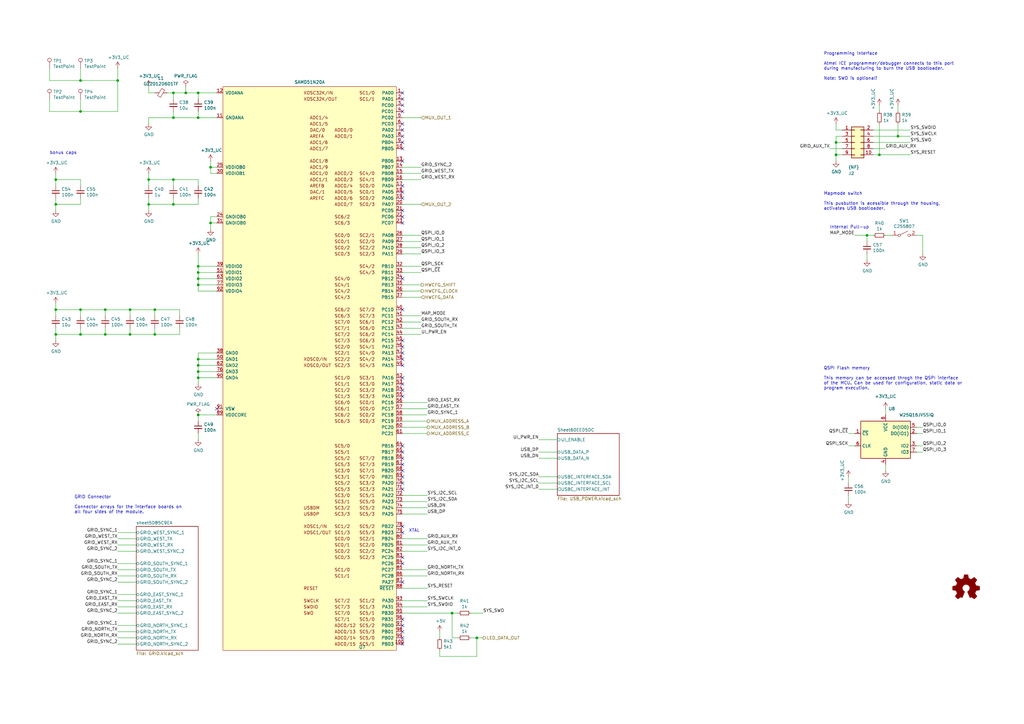
<source format=kicad_sch>
(kicad_sch (version 20211123) (generator eeschema)
  (paper "A3")
  (junction (at 71.12 73.66))
  (junction (at 22.86 137.16))
  (junction (at 81.28 147.32))
  (junction (at 60.96 73.66))
  (junction (at 43.18 127))
  (junction (at 63.5 127))
  (junction (at 368.3 55.88))
  (junction (at 81.28 38.1))
  (junction (at 22.86 83.82))
  (junction (at 60.96 83.82))
  (junction (at 53.34 127))
  (junction (at 342.9 63.5))
  (junction (at 71.12 48.26))
  (junction (at 81.28 111.76))
  (junction (at 81.28 114.3))
  (junction (at 360.68 63.5))
  (junction (at 86.36 91.44))
  (junction (at 76.2 38.1))
  (junction (at 71.12 83.82))
  (junction (at 63.5 137.16))
  (junction (at 185.42 251.46))
  (junction (at 48.26 33.02))
  (junction (at 22.86 73.66))
  (junction (at 81.28 48.26))
  (junction (at 81.28 116.84))
  (junction (at 81.28 170.18))
  (junction (at 22.86 127))
  (junction (at 43.18 137.16))
  (junction (at 195.58 261.62))
  (junction (at 33.02 137.16))
  (junction (at 81.28 152.4))
  (junction (at 53.34 137.16))
  (junction (at 81.28 109.22))
  (junction (at 33.02 127))
  (junction (at 33.02 45.72))
  (junction (at 355.6 96.52))
  (junction (at 86.36 68.58))
  (junction (at 81.28 154.94))
  (junction (at 71.12 38.1))
  (junction (at 33.02 33.02))
  (junction (at 81.28 149.86))
  (junction (at 342.9 58.42))
  (no_connect (at 165.1 185.42))
  (no_connect (at 165.1 86.36))
  (no_connect (at 88.9 167.64))
  (no_connect (at 165.1 190.5))
  (no_connect (at 165.1 154.94))
  (no_connect (at 165.1 259.08))
  (no_connect (at 165.1 256.54))
  (no_connect (at 165.1 50.8))
  (no_connect (at 165.1 157.48))
  (no_connect (at 165.1 76.2))
  (no_connect (at 165.1 261.62))
  (no_connect (at 165.1 60.96))
  (no_connect (at 165.1 254))
  (no_connect (at 165.1 193.04))
  (no_connect (at 165.1 215.9))
  (no_connect (at 165.1 228.6))
  (no_connect (at 165.1 91.44))
  (no_connect (at 165.1 40.64))
  (no_connect (at 165.1 238.76))
  (no_connect (at 165.1 81.28))
  (no_connect (at 165.1 182.88))
  (no_connect (at 165.1 139.7))
  (no_connect (at 165.1 43.18))
  (no_connect (at 165.1 142.24))
  (no_connect (at 165.1 231.14))
  (no_connect (at 165.1 53.34))
  (no_connect (at 165.1 198.12))
  (no_connect (at 165.1 114.3))
  (no_connect (at 165.1 264.16))
  (no_connect (at 165.1 78.74))
  (no_connect (at 165.1 149.86))
  (no_connect (at 165.1 127))
  (no_connect (at 165.1 160.02))
  (no_connect (at 165.1 162.56))
  (no_connect (at 165.1 55.88))
  (no_connect (at 165.1 58.42))
  (no_connect (at 165.1 200.66))
  (no_connect (at 165.1 218.44))
  (no_connect (at 165.1 144.78))
  (no_connect (at 165.1 38.1))
  (no_connect (at 165.1 187.96))
  (no_connect (at 165.1 88.9))
  (no_connect (at 165.1 195.58))
  (no_connect (at 165.1 45.72))
  (no_connect (at 165.1 147.32))
  (no_connect (at 165.1 66.04))
  (wire (pts (xy 71.12 38.1) (xy 76.2 38.1)))
  (wire (pts (xy 20.32 40.64) (xy 20.32 45.72)))
  (wire (pts (xy 55.88 238.76) (xy 48.26 238.76)))
  (wire (pts (xy 60.96 71.12) (xy 60.96 73.66)))
  (wire (pts (xy 22.86 134.62) (xy 22.86 137.16)))
  (wire (pts (xy 55.88 226.06) (xy 48.26 226.06)))
  (wire (pts (xy 60.96 86.36) (xy 60.96 83.82)))
  (wire (pts (xy 22.86 86.36) (xy 22.86 83.82)))
  (wire (pts (xy 60.96 73.66) (xy 60.96 76.2)))
  (wire (pts (xy 88.9 147.32) (xy 81.28 147.32)))
  (wire (pts (xy 71.12 81.28) (xy 71.12 83.82)))
  (wire (pts (xy 360.68 63.5) (xy 373.38 63.5)))
  (wire (pts (xy 363.22 167.64) (xy 363.22 170.18)))
  (wire (pts (xy 165.1 175.26) (xy 175.26 175.26)))
  (wire (pts (xy 60.96 35.56) (xy 60.96 38.1)))
  (wire (pts (xy 220.98 195.58) (xy 228.6 195.58)))
  (wire (pts (xy 165.1 167.64) (xy 175.26 167.64)))
  (wire (pts (xy 55.88 248.92) (xy 48.26 248.92)))
  (wire (pts (xy 347.98 195.58) (xy 347.98 198.12)))
  (wire (pts (xy 88.9 48.26) (xy 81.28 48.26)))
  (wire (pts (xy 195.58 269.24) (xy 195.58 261.62)))
  (wire (pts (xy 185.42 251.46) (xy 187.96 251.46)))
  (wire (pts (xy 172.72 68.58) (xy 165.1 68.58)))
  (wire (pts (xy 165.1 71.12) (xy 172.72 71.12)))
  (wire (pts (xy 185.42 251.46) (xy 185.42 261.62)))
  (wire (pts (xy 165.1 83.82) (xy 172.72 83.82)))
  (wire (pts (xy 55.88 220.98) (xy 48.26 220.98)))
  (wire (pts (xy 350.52 96.52) (xy 355.6 96.52)))
  (wire (pts (xy 71.12 83.82) (xy 81.28 83.82)))
  (wire (pts (xy 60.96 73.66) (xy 71.12 73.66)))
  (wire (pts (xy 22.86 81.28) (xy 22.86 83.82)))
  (wire (pts (xy 88.9 114.3) (xy 81.28 114.3)))
  (wire (pts (xy 81.28 149.86) (xy 88.9 149.86)))
  (wire (pts (xy 22.86 83.82) (xy 33.02 83.82)))
  (wire (pts (xy 81.28 114.3) (xy 81.28 116.84)))
  (wire (pts (xy 68.58 38.1) (xy 71.12 38.1)))
  (wire (pts (xy 20.32 33.02) (xy 20.32 27.94)))
  (wire (pts (xy 86.36 93.98) (xy 86.36 91.44)))
  (wire (pts (xy 81.28 111.76) (xy 88.9 111.76)))
  (wire (pts (xy 71.12 45.72) (xy 71.12 48.26)))
  (wire (pts (xy 22.86 124.46) (xy 22.86 127)))
  (wire (pts (xy 165.1 210.82) (xy 175.26 210.82)))
  (wire (pts (xy 363.22 60.96) (xy 358.14 60.96)))
  (wire (pts (xy 81.28 73.66) (xy 81.28 76.2)))
  (wire (pts (xy 193.04 251.46) (xy 198.12 251.46)))
  (wire (pts (xy 342.9 53.34) (xy 345.44 53.34)))
  (wire (pts (xy 73.66 137.16) (xy 63.5 137.16)))
  (wire (pts (xy 33.02 27.94) (xy 33.02 33.02)))
  (wire (pts (xy 33.02 129.54) (xy 33.02 127)))
  (wire (pts (xy 220.98 200.66) (xy 228.6 200.66)))
  (wire (pts (xy 81.28 172.72) (xy 81.28 170.18)))
  (wire (pts (xy 71.12 40.64) (xy 71.12 38.1)))
  (wire (pts (xy 71.12 76.2) (xy 71.12 73.66)))
  (wire (pts (xy 175.26 233.68) (xy 165.1 233.68)))
  (wire (pts (xy 165.1 134.62) (xy 172.72 134.62)))
  (wire (pts (xy 195.58 261.62) (xy 198.12 261.62)))
  (wire (pts (xy 165.1 121.92) (xy 172.72 121.92)))
  (wire (pts (xy 76.2 38.1) (xy 81.28 38.1)))
  (wire (pts (xy 165.1 170.18) (xy 175.26 170.18)))
  (wire (pts (xy 375.92 177.8) (xy 378.46 177.8)))
  (wire (pts (xy 220.98 185.42) (xy 228.6 185.42)))
  (wire (pts (xy 33.02 81.28) (xy 33.02 83.82)))
  (wire (pts (xy 22.86 127) (xy 22.86 129.54)))
  (wire (pts (xy 165.1 73.66) (xy 172.72 73.66)))
  (wire (pts (xy 63.5 129.54) (xy 63.5 127)))
  (wire (pts (xy 165.1 236.22) (xy 175.26 236.22)))
  (wire (pts (xy 81.28 48.26) (xy 71.12 48.26)))
  (wire (pts (xy 33.02 45.72) (xy 48.26 45.72)))
  (wire (pts (xy 165.1 99.06) (xy 172.72 99.06)))
  (wire (pts (xy 368.3 43.18) (xy 368.3 45.72)))
  (wire (pts (xy 88.9 152.4) (xy 81.28 152.4)))
  (wire (pts (xy 33.02 137.16) (xy 43.18 137.16)))
  (wire (pts (xy 48.26 27.94) (xy 48.26 33.02)))
  (wire (pts (xy 375.92 96.52) (xy 378.46 96.52)))
  (wire (pts (xy 180.34 269.24) (xy 195.58 269.24)))
  (wire (pts (xy 86.36 88.9) (xy 88.9 88.9)))
  (wire (pts (xy 165.1 251.46) (xy 185.42 251.46)))
  (wire (pts (xy 55.88 243.84) (xy 48.26 243.84)))
  (wire (pts (xy 165.1 96.52) (xy 172.72 96.52)))
  (wire (pts (xy 60.96 38.1) (xy 63.5 38.1)))
  (wire (pts (xy 81.28 119.38) (xy 81.28 116.84)))
  (wire (pts (xy 22.86 73.66) (xy 22.86 76.2)))
  (wire (pts (xy 363.22 193.04) (xy 363.22 190.5)))
  (wire (pts (xy 165.1 248.92) (xy 175.26 248.92)))
  (wire (pts (xy 368.3 55.88) (xy 373.38 55.88)))
  (wire (pts (xy 63.5 134.62) (xy 63.5 137.16)))
  (wire (pts (xy 81.28 114.3) (xy 81.28 111.76)))
  (wire (pts (xy 360.68 50.8) (xy 360.68 63.5)))
  (wire (pts (xy 375.92 175.26) (xy 378.46 175.26)))
  (wire (pts (xy 358.14 58.42) (xy 373.38 58.42)))
  (wire (pts (xy 180.34 266.7) (xy 180.34 269.24)))
  (wire (pts (xy 81.28 109.22) (xy 81.28 111.76)))
  (wire (pts (xy 165.1 165.1) (xy 175.26 165.1)))
  (wire (pts (xy 48.26 45.72) (xy 48.26 33.02)))
  (wire (pts (xy 48.26 223.52) (xy 55.88 223.52)))
  (wire (pts (xy 22.86 137.16) (xy 33.02 137.16)))
  (wire (pts (xy 220.98 198.12) (xy 228.6 198.12)))
  (wire (pts (xy 81.28 170.18) (xy 88.9 170.18)))
  (wire (pts (xy 165.1 220.98) (xy 175.26 220.98)))
  (wire (pts (xy 81.28 83.82) (xy 81.28 81.28)))
  (wire (pts (xy 345.44 55.88) (xy 342.9 55.88)))
  (wire (pts (xy 360.68 43.18) (xy 360.68 45.72)))
  (wire (pts (xy 88.9 154.94) (xy 81.28 154.94)))
  (wire (pts (xy 355.6 96.52) (xy 358.14 96.52)))
  (wire (pts (xy 165.1 101.6) (xy 172.72 101.6)))
  (wire (pts (xy 81.28 180.34) (xy 81.28 177.8)))
  (wire (pts (xy 358.14 55.88) (xy 368.3 55.88)))
  (wire (pts (xy 88.9 71.12) (xy 86.36 71.12)))
  (wire (pts (xy 375.92 185.42) (xy 378.46 185.42)))
  (wire (pts (xy 342.9 63.5) (xy 342.9 58.42)))
  (wire (pts (xy 350.52 177.8) (xy 347.98 177.8)))
  (wire (pts (xy 165.1 48.26) (xy 172.72 48.26)))
  (wire (pts (xy 88.9 68.58) (xy 86.36 68.58)))
  (wire (pts (xy 86.36 91.44) (xy 86.36 88.9)))
  (wire (pts (xy 76.2 38.1) (xy 76.2 35.56)))
  (wire (pts (xy 165.1 246.38) (xy 175.26 246.38)))
  (wire (pts (xy 342.9 50.8) (xy 342.9 53.34)))
  (wire (pts (xy 55.88 251.46) (xy 48.26 251.46)))
  (wire (pts (xy 73.66 129.54) (xy 73.66 127)))
  (wire (pts (xy 60.96 83.82) (xy 71.12 83.82)))
  (wire (pts (xy 86.36 68.58) (xy 86.36 66.04)))
  (wire (pts (xy 81.28 109.22) (xy 81.28 104.14)))
  (wire (pts (xy 81.28 45.72) (xy 81.28 48.26)))
  (wire (pts (xy 340.36 60.96) (xy 345.44 60.96)))
  (wire (pts (xy 358.14 53.34) (xy 373.38 53.34)))
  (wire (pts (xy 60.96 81.28) (xy 60.96 83.82)))
  (wire (pts (xy 363.22 96.52) (xy 365.76 96.52)))
  (wire (pts (xy 55.88 264.16) (xy 48.26 264.16)))
  (wire (pts (xy 71.12 48.26) (xy 60.96 48.26)))
  (wire (pts (xy 55.88 259.08) (xy 48.26 259.08)))
  (wire (pts (xy 22.86 73.66) (xy 33.02 73.66)))
  (wire (pts (xy 165.1 223.52) (xy 175.26 223.52)))
  (wire (pts (xy 63.5 127) (xy 53.34 127)))
  (wire (pts (xy 355.6 106.68) (xy 355.6 104.14)))
  (wire (pts (xy 48.26 33.02) (xy 33.02 33.02)))
  (wire (pts (xy 165.1 116.84) (xy 172.72 116.84)))
  (wire (pts (xy 165.1 109.22) (xy 172.72 109.22)))
  (wire (pts (xy 33.02 33.02) (xy 20.32 33.02)))
  (wire (pts (xy 33.02 40.64) (xy 33.02 45.72)))
  (wire (pts (xy 88.9 109.22) (xy 81.28 109.22)))
  (wire (pts (xy 55.88 256.54) (xy 48.26 256.54)))
  (wire (pts (xy 20.32 45.72) (xy 33.02 45.72)))
  (wire (pts (xy 81.28 154.94) (xy 81.28 152.4)))
  (wire (pts (xy 43.18 127) (xy 43.18 129.54)))
  (wire (pts (xy 342.9 58.42) (xy 345.44 58.42)))
  (wire (pts (xy 355.6 99.06) (xy 355.6 96.52)))
  (wire (pts (xy 53.34 134.62) (xy 53.34 137.16)))
  (wire (pts (xy 22.86 127) (xy 33.02 127)))
  (wire (pts (xy 22.86 71.12) (xy 22.86 73.66)))
  (wire (pts (xy 55.88 246.38) (xy 48.26 246.38)))
  (wire (pts (xy 81.28 152.4) (xy 81.28 149.86)))
  (wire (pts (xy 185.42 261.62) (xy 187.96 261.62)))
  (wire (pts (xy 165.1 208.28) (xy 175.26 208.28)))
  (wire (pts (xy 165.1 104.14) (xy 172.72 104.14)))
  (wire (pts (xy 165.1 172.72) (xy 175.26 172.72)))
  (wire (pts (xy 53.34 129.54) (xy 53.34 127)))
  (wire (pts (xy 378.46 96.52) (xy 378.46 104.14)))
  (wire (pts (xy 81.28 38.1) (xy 88.9 38.1)))
  (wire (pts (xy 88.9 91.44) (xy 86.36 91.44)))
  (wire (pts (xy 165.1 205.74) (xy 175.26 205.74)))
  (wire (pts (xy 63.5 137.16) (xy 53.34 137.16)))
  (wire (pts (xy 55.88 231.14) (xy 48.26 231.14)))
  (wire (pts (xy 165.1 177.8) (xy 175.26 177.8)))
  (wire (pts (xy 33.02 76.2) (xy 33.02 73.66)))
  (wire (pts (xy 81.28 40.64) (xy 81.28 38.1)))
  (wire (pts (xy 165.1 137.16) (xy 172.72 137.16)))
  (wire (pts (xy 73.66 127) (xy 63.5 127)))
  (wire (pts (xy 71.12 73.66) (xy 81.28 73.66)))
  (wire (pts (xy 48.26 218.44) (xy 55.88 218.44)))
  (wire (pts (xy 33.02 134.62) (xy 33.02 137.16)))
  (wire (pts (xy 220.98 180.34) (xy 228.6 180.34)))
  (wire (pts (xy 53.34 137.16) (xy 43.18 137.16)))
  (wire (pts (xy 88.9 119.38) (xy 81.28 119.38)))
  (wire (pts (xy 22.86 139.7) (xy 22.86 137.16)))
  (wire (pts (xy 180.34 261.62) (xy 180.34 259.08)))
  (wire (pts (xy 60.96 48.26) (xy 60.96 50.8)))
  (wire (pts (xy 33.02 127) (xy 43.18 127)))
  (wire (pts (xy 165.1 129.54) (xy 172.72 129.54)))
  (wire (pts (xy 73.66 134.62) (xy 73.66 137.16)))
  (wire (pts (xy 342.9 66.04) (xy 342.9 63.5)))
  (wire (pts (xy 358.14 63.5) (xy 360.68 63.5)))
  (wire (pts (xy 55.88 261.62) (xy 48.26 261.62)))
  (wire (pts (xy 86.36 71.12) (xy 86.36 68.58)))
  (wire (pts (xy 55.88 233.68) (xy 48.26 233.68)))
  (wire (pts (xy 375.92 182.88) (xy 378.46 182.88)))
  (wire (pts (xy 53.34 127) (xy 43.18 127)))
  (wire (pts (xy 175.26 241.3) (xy 165.1 241.3)))
  (wire (pts (xy 342.9 55.88) (xy 342.9 58.42)))
  (wire (pts (xy 220.98 187.96) (xy 228.6 187.96)))
  (wire (pts (xy 81.28 144.78) (xy 88.9 144.78)))
  (wire (pts (xy 165.1 132.08) (xy 172.72 132.08)))
  (wire (pts (xy 193.04 261.62) (xy 195.58 261.62)))
  (wire (pts (xy 368.3 50.8) (xy 368.3 55.88)))
  (wire (pts (xy 81.28 149.86) (xy 81.28 147.32)))
  (wire (pts (xy 55.88 236.22) (xy 48.26 236.22)))
  (wire (pts (xy 81.28 157.48) (xy 81.28 154.94)))
  (wire (pts (xy 81.28 116.84) (xy 88.9 116.84)))
  (wire (pts (xy 345.44 63.5) (xy 342.9 63.5)))
  (wire (pts (xy 43.18 137.16) (xy 43.18 134.62)))
  (wire (pts (xy 347.98 205.74) (xy 347.98 203.2)))
  (wire (pts (xy 165.1 111.76) (xy 172.72 111.76)))
  (wire (pts (xy 165.1 119.38) (xy 172.72 119.38)))
  (wire (pts (xy 81.28 147.32) (xy 81.28 144.78)))
  (wire (pts (xy 350.52 182.88) (xy 347.98 182.88)))
  (wire (pts (xy 165.1 203.2) (xy 175.26 203.2)))
  (wire (pts (xy 165.1 226.06) (xy 175.26 226.06)))
  (text "bonus caps\n" (at 20.32 63.5 0) (effects (font (size 1.27 1.27)) (justify left bottom)))
  (text "XTAL\n" (at 167.64 218.44 0) (effects (font (size 1.27 1.27)) (justify left bottom)))
  (text "Internal Pull-up" (at 340.36 93.98 0) (effects (font (size 1.27 1.27)) (justify left bottom)))
  (text "GRID Connector\n\nConnector arrays for the interface boards on \nall four sides of the module." (at 30.48 210.82 0) (effects (font (size 1.27 1.27)) (justify left bottom)))
  (text "Mapmode switch\n\nThis pusbutton is acessible through the housing, \nactivates USB bootloader." (at 337.82 86.36 0) (effects (font (size 1.27 1.27)) (justify left bottom)))
  (text "Programming Interface\n\nAtmel ICE programmer/debugger connects to this port\nduring manufacturing to burn the USB bootloader. \n\nNote: SWO is optional!" (at 337.82 33.02 0) (effects (font (size 1.27 1.27)) (justify left bottom)))
  (text "QSPI Flash memory\n\nThis memory can be accessed throgh the QSPI interface\nof the MCU. Can be used for configuration, static data or\nprogram execution." (at 337.82 160.02 0) (effects (font (size 1.27 1.27)) (justify left bottom)))
  (label "USB_DP" (at 220.98 185.42 180))
  (label "UI_PWR_EN" (at 172.72 137.16 0))
  (label "GRID_WEST_TX" (at 172.72 71.12 0))
  (label "SYS_SWO" (at 198.12 251.46 0))
  (label "UI_PWR_EN" (at 220.98 180.34 180))
  (label "GRID_WEST_RX" (at 48.26 223.52 180))
  (label "GRID_WEST_TX" (at 48.26 220.98 180))
  (label "GRID_SYNC_2" (at 172.72 68.58 0))
  (label "GRID_SYNC_1" (at 175.26 170.18 0))
  (label "SYS_I2C_INT_0" (at 175.26 226.06 0))
  (label "GRID_SOUTH_TX" (at 172.72 134.62 0))
  (label "SYS_I2C_SCL" (at 175.26 203.2 0))
  (label "SYS_I2C_INT_0" (at 220.98 200.66 180))
  (label "SYS_RESET" (at 373.38 63.5 0))
  (label "GRID_SOUTH_TX" (at 48.26 233.68 180))
  (label "GRID_EAST_TX" (at 175.26 167.64 0))
  (label "GRID_AUX_RX" (at 363.22 60.96 0))
  (label "QSPI_IO_0" (at 378.46 175.26 0))
  (label "USB_DN" (at 175.26 208.28 0))
  (label "GRID_NORTH_TX" (at 175.26 233.68 0))
  (label "QSPI_IO_3" (at 378.46 185.42 0))
  (label "SYS_SWCLK" (at 175.26 246.38 0))
  (label "QSPI_SCK" (at 347.98 182.88 180))
  (label "QSPI_IO_1" (at 172.72 99.06 0))
  (label "GRID_NORTH_TX" (at 48.26 259.08 180))
  (label "GRID_AUX_TX" (at 175.26 223.52 0))
  (label "GRID_SYNC_1" (at 48.26 218.44 180))
  (label "SYS_RESET" (at 175.26 241.3 0))
  (label "GRID_NORTH_RX" (at 48.26 261.62 180))
  (label "MAP_MODE" (at 350.52 96.52 180))
  (label "QSPI_~{CE}" (at 172.72 111.76 0))
  (label "QSPI_IO_0" (at 172.72 96.52 0))
  (label "GRID_EAST_TX" (at 48.26 246.38 180))
  (label "GRID_AUX_TX" (at 340.36 60.96 180))
  (label "SYS_SWO" (at 373.38 58.42 0))
  (label "QSPI_SCK" (at 172.72 109.22 0))
  (label "GRID_SOUTH_RX" (at 172.72 132.08 0))
  (label "QSPI_IO_3" (at 172.72 104.14 0))
  (label "GRID_AUX_RX" (at 175.26 220.98 0))
  (label "QSPI_~{CE}" (at 347.98 177.8 180))
  (label "GRID_EAST_RX" (at 175.26 165.1 0))
  (label "GRID_SYNC_2" (at 48.26 264.16 180))
  (label "SYS_SWDIO" (at 373.38 53.34 0))
  (label "GRID_NORTH_RX" (at 175.26 236.22 0))
  (label "USB_DP" (at 175.26 210.82 0))
  (label "SYS_I2C_SDA" (at 175.26 205.74 0))
  (label "SYS_SWCLK" (at 373.38 55.88 0))
  (label "QSPI_IO_2" (at 172.72 101.6 0))
  (label "GRID_SYNC_1" (at 48.26 256.54 180))
  (label "USB_DN" (at 220.98 187.96 180))
  (label "GRID_SYNC_2" (at 48.26 238.76 180))
  (label "MAP_MODE" (at 172.72 129.54 0))
  (label "GRID_WEST_RX" (at 172.72 73.66 0))
  (label "QSPI_IO_2" (at 378.46 182.88 0))
  (label "GRID_SOUTH_RX" (at 48.26 236.22 180))
  (label "GRID_SYNC_2" (at 48.26 251.46 180))
  (label "GRID_SYNC_1" (at 48.26 231.14 180))
  (label "GRID_EAST_RX" (at 48.26 248.92 180))
  (label "GRID_SYNC_1" (at 48.26 243.84 180))
  (label "GRID_SYNC_2" (at 48.26 226.06 180))
  (label "QSPI_IO_1" (at 378.46 177.8 0))
  (label "SYS_SWDIO" (at 175.26 248.92 0))
  (label "SYS_I2C_SCL" (at 220.98 198.12 180))
  (label "SYS_I2C_SDA" (at 220.98 195.58 180))
  (hierarchical_label "MUX_OUT_1" (shape input) (at 172.72 48.26 0))
  (hierarchical_label "HWCFG_SHIFT" (shape output) (at 172.72 116.84 0))
  (hierarchical_label "MUX_OUT_2" (shape input) (at 172.72 83.82 0))
  (hierarchical_label "HWCFG_CLOCK" (shape output) (at 172.72 119.38 0))
  (hierarchical_label "MUX_ADDRESS_C" (shape output) (at 175.26 177.8 0))
  (hierarchical_label "MUX_ADDRESS_A" (shape output) (at 175.26 172.72 0))
  (hierarchical_label "LED_DATA_OUT" (shape output) (at 198.12 261.62 0))
  (hierarchical_label "MUX_ADDRESS_B" (shape output) (at 175.26 175.26 0))
  (hierarchical_label "HWCFG_DATA" (shape input) (at 172.72 121.92 0))
  (symbol (lib_id "suku_basics:U_FLASH_W25Q16JVSSIQ") (at 363.22 180.34 0) (unit 1)
    (property "Reference" "U8" (at 365.76 167.64 0))
    (property "Value" "W25Q16JVSSIQ" (at 375.92 170.18 0))
    (property "Footprint" "suku_basics:SOIC-8W_FLASH" (effects hide))
    (property "Datasheet" "http://www.winbond.com/resource-files/w25q32jv%20revg%2003272018%20plus.pdf" (effects hide))
  )
  (symbol (lib_id "suku_basics:CAP") (at 347.98 200.66 0) (unit 1)
    (property "Reference" "C56" (at 350.3168 199.4916 0) (effects (justify left)))
    (property "Value" "100n" (at 350.3168 201.803 0) (effects (justify left)))
    (property "Footprint" "suku_basics:CAP_0805" (effects hide))
  )
  (symbol (lib_id "suku_basics:+3V3_UC") (at 363.22 167.64 0) (unit 1)
    (property "Reference" "#PWR0203" (effects hide))
    (property "Value" "+3V3_UC" (at 363.22 162.56 0))
  )
  (symbol (lib_id "power:GND") (at 363.22 193.04 0) (unit 1)
    (property "Reference" "#PWR0204" (effects hide))
    (property "Value" "GND" (at 363.347 197.4342 0))
  )
  (symbol (lib_id "power:GND") (at 347.98 205.74 0) (unit 1)
    (property "Reference" "#PWR0205" (effects hide))
    (property "Value" "GND" (at 348.107 210.1342 0))
  )
  (symbol (lib_id "suku_basics:+3V3_UC") (at 347.98 195.58 0) (unit 1)
    (property "Reference" "#PWR0206" (effects hide))
    (property "Value" "+3V3_UC" (at 345.44 193.04 90))
  )
  (symbol (lib_id "Switch:SW_SPST") (at 370.84 96.52 0) (unit 1)
    (property "Reference" "SW1" (at 370.84 90.551 0))
    (property "Value" "C255807" (at 370.84 92.8624 0))
    (property "Footprint" "suku_basics:SW_HYP_MAPMODE" (effects hide))
  )
  (symbol (lib_id "suku_basics:+3V3_UC") (at 22.86 71.12 0) (unit 1)
    (property "Reference" "#PWR0213" (effects hide))
    (property "Value" "+3V3_UC" (at 23.241 66.7258 0))
  )
  (symbol (lib_id "suku_basics:CAP") (at 33.02 78.74 0) (unit 1)
    (property "Reference" "C55" (at 35.3568 77.5716 0) (effects (justify left)))
    (property "Value" "100n" (at 35.3568 79.883 0) (effects (justify left)))
    (property "Footprint" "suku_basics:CAP_0805" (effects hide))
  )
  (symbol (lib_id "suku_basics:CAP") (at 22.86 78.74 0) (unit 1)
    (property "Reference" "C54" (at 25.1968 77.5716 0) (effects (justify left)))
    (property "Value" "100n" (at 25.1968 79.883 0) (effects (justify left)))
    (property "Footprint" "suku_basics:CAP_0805" (effects hide))
  )
  (symbol (lib_id "power:GND") (at 22.86 86.36 0) (unit 1)
    (property "Reference" "#PWR0214" (effects hide))
    (property "Value" "GND" (at 22.987 90.7542 0))
  )
  (symbol (lib_id "Connector:TestPoint") (at 20.32 40.64 0) (unit 1)
    (property "Reference" "TP2" (at 21.7932 37.6428 0) (effects (justify left)))
    (property "Value" "TestPoint" (at 21.7932 39.9542 0) (effects (justify left)))
    (property "Footprint" "TestPoint:TestPoint_THTPad_1.0x1.0mm_Drill0.5mm" (effects hide))
  )
  (symbol (lib_id "Connector:TestPoint") (at 33.02 40.64 0) (unit 1)
    (property "Reference" "TP4" (at 34.4932 37.6428 0) (effects (justify left)))
    (property "Value" "TestPoint" (at 34.4932 39.9542 0) (effects (justify left)))
    (property "Footprint" "TestPoint:TestPoint_THTPad_1.0x1.0mm_Drill0.5mm" (effects hide))
  )
  (symbol (lib_id "Connector:TestPoint") (at 20.32 27.94 0) (unit 1)
    (property "Reference" "TP1" (at 21.7932 24.9428 0) (effects (justify left)))
    (property "Value" "TestPoint" (at 21.7932 27.2542 0) (effects (justify left)))
    (property "Footprint" "TestPoint:TestPoint_THTPad_1.0x1.0mm_Drill0.5mm" (effects hide))
  )
  (symbol (lib_id "Connector:TestPoint") (at 33.02 27.94 0) (unit 1)
    (property "Reference" "TP3" (at 34.4932 24.9428 0) (effects (justify left)))
    (property "Value" "TestPoint" (at 34.4932 27.2542 0) (effects (justify left)))
    (property "Footprint" "TestPoint:TestPoint_THTPad_1.0x1.0mm_Drill0.5mm" (effects hide))
  )
  (symbol (lib_id "suku_basics:+3V3_UC") (at 48.26 27.94 0) (unit 1)
    (property "Reference" "#PWR0215" (effects hide))
    (property "Value" "+3V3_UC" (at 48.641 23.5458 0))
  )
  (symbol (lib_id "Connector_Generic:Conn_02x05_Odd_Even") (at 350.52 58.42 0) (unit 1)
    (property "Reference" "J2" (at 347.98 71.12 0) (effects (justify left)))
    (property "Value" "(NF)" (at 347.98 68.58 0) (effects (justify left)))
    (property "Footprint" "Connector_PinHeader_1.27mm:PinHeader_2x05_P1.27mm_Vertical" (effects hide))
  )
  (symbol (lib_id "power:GND") (at 342.9 66.04 0) (unit 1)
    (property "Reference" "#PWR0180" (effects hide))
    (property "Value" "GND" (at 343.027 70.4342 0))
  )
  (symbol (lib_id "suku_basics:+3V3_UC") (at 342.9 50.8 0) (unit 1)
    (property "Reference" "#PWR0177" (effects hide))
    (property "Value" "+3V3_UC" (at 343.281 46.4058 0))
  )
  (symbol (lib_id "suku_basics:RES") (at 368.3 48.26 180) (unit 1)
    (property "Reference" "R39" (at 369.7986 47.0916 0) (effects (justify right)))
    (property "Value" "1k" (at 369.7986 49.403 0) (effects (justify right)))
    (property "Footprint" "suku_basics:RES_0805" (effects hide))
  )
  (symbol (lib_id "suku_basics:RES") (at 360.68 48.26 180) (unit 1)
    (property "Reference" "R38" (at 362.1786 47.0916 0) (effects (justify right)))
    (property "Value" "1k" (at 362.1786 49.403 0) (effects (justify right)))
    (property "Footprint" "suku_basics:RES_0805" (effects hide))
  )
  (symbol (lib_id "suku_basics:+3V3_UC") (at 360.68 43.18 0) (unit 1)
    (property "Reference" "#PWR0174" (effects hide))
    (property "Value" "+3V3_UC" (at 358.14 40.64 90))
  )
  (symbol (lib_id "suku_basics:+3V3_UC") (at 368.3 43.18 0) (unit 1)
    (property "Reference" "#PWR0175" (effects hide))
    (property "Value" "+3V3_UC" (at 365.76 40.64 90))
  )
  (symbol (lib_id "suku_basics:RES") (at 360.68 96.52 270) (unit 1)
    (property "Reference" "R40" (at 360.68 91.5416 90))
    (property "Value" "1k" (at 360.68 93.853 90))
    (property "Footprint" "suku_basics:RES_0805" (effects hide))
  )
  (symbol (lib_id "power:GND") (at 378.46 104.14 0) (unit 1)
    (property "Reference" "#PWR0183" (effects hide))
    (property "Value" "GND" (at 378.587 108.5342 0))
  )
  (symbol (lib_id "suku_basics:CAP") (at 355.6 101.6 0) (unit 1)
    (property "Reference" "C57" (at 357.9368 100.4316 0) (effects (justify left)))
    (property "Value" "100n" (at 357.9368 102.743 0) (effects (justify left)))
    (property "Footprint" "suku_basics:CAP_0805" (effects hide))
  )
  (symbol (lib_id "power:GND") (at 355.6 106.68 0) (unit 1)
    (property "Reference" "#PWR0184" (effects hide))
    (property "Value" "GND" (at 355.727 111.0742 0))
  )
  (symbol (lib_id "suku_basics:SAMD51N20A") (at 147.32 266.7 0) (unit 1)
    (property "Reference" "U7" (at 148.59 265.43 0))
    (property "Value" "SAMD51N20A" (at 127 33.6804 0))
    (property "Footprint" "suku_basics:TQFP-100_14x14mm_P0.5mm" (effects hide))
  )
  (symbol (lib_id "suku_basics:+3V3_UC") (at 60.96 71.12 0) (unit 1)
    (property "Reference" "#PWR0171" (effects hide))
    (property "Value" "+3V3_UC" (at 61.341 66.7258 0))
  )
  (symbol (lib_id "suku_basics:FERRIT") (at 66.04 38.1 270) (unit 1)
    (property "Reference" "L1" (at 66.04 32.0802 90))
    (property "Value" "GZ2012D601TF" (at 66.04 34.3916 90))
    (property "Footprint" "suku_basics:FERRIT_0805" (effects hide))
  )
  (symbol (lib_id "suku_basics:CAP") (at 81.28 43.18 0) (unit 1)
    (property "Reference" "C39" (at 83.6168 42.0116 0) (effects (justify left)))
    (property "Value" "100n" (at 83.6168 44.323 0) (effects (justify left)))
    (property "Footprint" "suku_basics:CAP_0805" (effects hide))
  )
  (symbol (lib_id "suku_basics:CAP") (at 71.12 43.18 0) (unit 1)
    (property "Reference" "C38" (at 73.4568 42.0116 0) (effects (justify left)))
    (property "Value" "10u" (at 73.4568 44.323 0) (effects (justify left)))
    (property "Footprint" "suku_basics:CAP_0805" (effects hide))
  )
  (symbol (lib_id "suku_basics:CAP") (at 81.28 78.74 0) (unit 1)
    (property "Reference" "C42" (at 83.6168 77.5716 0) (effects (justify left)))
    (property "Value" "100n" (at 83.6168 79.883 0) (effects (justify left)))
    (property "Footprint" "suku_basics:CAP_0805" (effects hide))
  )
  (symbol (lib_id "suku_basics:CAP") (at 71.12 78.74 0) (unit 1)
    (property "Reference" "C41" (at 73.4568 77.5716 0) (effects (justify left)))
    (property "Value" "100n" (at 73.4568 79.883 0) (effects (justify left)))
    (property "Footprint" "suku_basics:CAP_0805" (effects hide))
  )
  (symbol (lib_id "suku_basics:CAP") (at 60.96 78.74 0) (unit 1)
    (property "Reference" "C40" (at 63.2968 77.5716 0) (effects (justify left)))
    (property "Value" "1u" (at 63.2968 79.883 0) (effects (justify left)))
    (property "Footprint" "suku_basics:CAP_0805" (effects hide))
  )
  (symbol (lib_id "power:GND") (at 60.96 86.36 0) (unit 1)
    (property "Reference" "#PWR0172" (effects hide))
    (property "Value" "GND" (at 61.087 90.7542 0))
  )
  (symbol (lib_id "power:GND") (at 60.96 50.8 0) (unit 1)
    (property "Reference" "#PWR0170" (effects hide))
    (property "Value" "GND" (at 61.087 55.1942 0))
  )
  (symbol (lib_id "suku_basics:+3V3_UC") (at 60.96 35.56 0) (unit 1)
    (property "Reference" "#PWR0169" (effects hide))
    (property "Value" "+3V3_UC" (at 61.341 31.1658 0))
  )
  (symbol (lib_id "suku_basics:CAP") (at 81.28 175.26 0) (unit 1)
    (property "Reference" "C49" (at 83.6168 174.0916 0) (effects (justify left)))
    (property "Value" "100n" (at 83.6168 176.403 0) (effects (justify left)))
    (property "Footprint" "suku_basics:CAP_0805" (effects hide))
  )
  (symbol (lib_id "power:GND") (at 81.28 180.34 0) (unit 1)
    (property "Reference" "#PWR0182" (effects hide))
    (property "Value" "GND" (at 81.407 184.7342 0))
  )
  (symbol (lib_id "power:GND") (at 81.28 157.48 0) (unit 1)
    (property "Reference" "#PWR0181" (effects hide))
    (property "Value" "GND" (at 81.407 161.8742 0))
  )
  (symbol (lib_id "suku_basics:+3V3_UC") (at 81.28 104.14 0) (unit 1)
    (property "Reference" "#PWR0173" (effects hide))
    (property "Value" "+3V3_UC" (at 81.661 99.7458 0))
  )
  (symbol (lib_id "suku_basics:+3V3_UC") (at 22.86 124.46 0) (unit 1)
    (property "Reference" "#PWR0176" (effects hide))
    (property "Value" "+3V3_UC" (at 23.241 120.0658 0))
  )
  (symbol (lib_id "suku_basics:CAP") (at 43.18 132.08 0) (unit 1)
    (property "Reference" "C45" (at 45.5168 130.9116 0) (effects (justify left)))
    (property "Value" "100n" (at 45.5168 133.223 0) (effects (justify left)))
    (property "Footprint" "suku_basics:CAP_0805" (effects hide))
  )
  (symbol (lib_id "suku_basics:CAP") (at 33.02 132.08 0) (unit 1)
    (property "Reference" "C44" (at 35.3568 130.9116 0) (effects (justify left)))
    (property "Value" "100n" (at 35.3568 133.223 0) (effects (justify left)))
    (property "Footprint" "suku_basics:CAP_0805" (effects hide))
  )
  (symbol (lib_id "suku_basics:CAP") (at 22.86 132.08 0) (unit 1)
    (property "Reference" "C43" (at 25.1968 130.9116 0) (effects (justify left)))
    (property "Value" "10u" (at 25.1968 133.223 0) (effects (justify left)))
    (property "Footprint" "suku_basics:CAP_0805" (effects hide))
  )
  (symbol (lib_id "power:GND") (at 22.86 139.7 0) (unit 1)
    (property "Reference" "#PWR0178" (effects hide))
    (property "Value" "GND" (at 22.987 144.0942 0))
  )
  (symbol (lib_id "suku_basics:CAP") (at 63.5 132.08 0) (unit 1)
    (property "Reference" "C47" (at 65.8368 130.9116 0) (effects (justify left)))
    (property "Value" "100n" (at 65.8368 133.223 0) (effects (justify left)))
    (property "Footprint" "suku_basics:CAP_0805" (effects hide))
  )
  (symbol (lib_id "suku_basics:CAP") (at 53.34 132.08 0) (unit 1)
    (property "Reference" "C46" (at 55.6768 130.9116 0) (effects (justify left)))
    (property "Value" "100n" (at 55.6768 133.223 0) (effects (justify left)))
    (property "Footprint" "suku_basics:CAP_0805" (effects hide))
  )
  (symbol (lib_id "suku_basics:CAP") (at 73.66 132.08 0) (unit 1)
    (property "Reference" "C48" (at 75.9968 130.9116 0) (effects (justify left)))
    (property "Value" "100n" (at 75.9968 133.223 0) (effects (justify left)))
    (property "Footprint" "suku_basics:CAP_0805" (effects hide))
  )
  (symbol (lib_id "suku_basics:RES") (at 190.5 251.46 90) (unit 1)
    (property "Reference" "R41" (at 190.5 246.4816 90))
    (property "Value" "1k" (at 190.5 248.793 90))
    (property "Footprint" "suku_basics:RES_0805" (effects hide))
  )
  (symbol (lib_id "suku_basics:RES") (at 190.5 261.62 90) (unit 1)
    (property "Reference" "R42" (at 190.5 256.6416 90))
    (property "Value" "1k" (at 190.5 258.953 90))
    (property "Footprint" "suku_basics:RES_0805" (effects hide))
  )
  (symbol (lib_id "suku_basics:+3V3_UC") (at 86.36 66.04 0) (unit 1)
    (property "Reference" "#PWR0207" (effects hide))
    (property "Value" "+3V3_UC" (at 86.741 61.6458 0))
  )
  (symbol (lib_id "power:GND") (at 86.36 93.98 0) (unit 1)
    (property "Reference" "#PWR0208" (effects hide))
    (property "Value" "GND" (at 86.487 98.3742 0))
  )
  (symbol (lib_id "power:PWR_FLAG") (at 81.28 170.18 0) (unit 1)
    (property "Reference" "#FLG0101" (effects hide))
    (property "Value" "PWR_FLAG" (at 81.28 165.7858 0))
  )
  (symbol (lib_id "power:PWR_FLAG") (at 76.2 35.56 0) (unit 1)
    (property "Reference" "#FLG0105" (effects hide))
    (property "Value" "PWR_FLAG" (at 76.2 31.1658 0))
  )
  (symbol (lib_id "suku_basics:RES") (at 180.34 264.16 0) (unit 1)
    (property "Reference" "R43" (at 181.8386 262.9916 0) (effects (justify left)))
    (property "Value" "5k1" (at 181.8386 265.303 0) (effects (justify left)))
    (property "Footprint" "suku_basics:RES_0805" (effects hide))
  )
  (symbol (lib_id "power:+5V") (at 180.34 259.08 0) (unit 1)
    (property "Reference" "#PWR0185" (effects hide))
    (property "Value" "+5V" (at 180.721 254.6858 0))
  )
  (symbol (lib_id "suku_basics:OSHWA") (at 396.24 241.3 0) (unit 1)
    (property "Reference" "LOGO1" (effects hide))
    (property "Value" "OSHWA" (effects hide))
    (property "Footprint" "suku_basics:OSHWA" (effects hide))
  )
  (sheet (at 55.88 215.9) (size 25.4 50.8)
    (property "Sheet name" "sheet5D85C9EA" (at 55.88 215.1884 0) (effects (justify left bottom)))
    (property "Sheet file" "GRID.kicad_sch" (at 55.88 267.2846 0) (effects (justify left top)))
    (pin "GRID_WEST_SYNC_1" bidirectional (at 55.88 218.44 180))
    (pin "GRID_WEST_TX" bidirectional (at 55.88 220.98 180))
    (pin "GRID_WEST_RX" bidirectional (at 55.88 223.52 180))
    (pin "GRID_WEST_SYNC_2" bidirectional (at 55.88 226.06 180))
    (pin "GRID_EAST_SYNC_1" bidirectional (at 55.88 243.84 180))
    (pin "GRID_EAST_TX" bidirectional (at 55.88 246.38 180))
    (pin "GRID_EAST_RX" bidirectional (at 55.88 248.92 180))
    (pin "GRID_EAST_SYNC_2" bidirectional (at 55.88 251.46 180))
    (pin "GRID_NORTH_SYNC_1" bidirectional (at 55.88 256.54 180))
    (pin "GRID_NORTH_TX" bidirectional (at 55.88 259.08 180))
    (pin "GRID_NORTH_RX" bidirectional (at 55.88 261.62 180))
    (pin "GRID_NORTH_SYNC_2" bidirectional (at 55.88 264.16 180))
    (pin "GRID_SOUTH_SYNC_1" bidirectional (at 55.88 231.14 180))
    (pin "GRID_SOUTH_TX" bidirectional (at 55.88 233.68 180))
    (pin "GRID_SOUTH_RX" bidirectional (at 55.88 236.22 180))
    (pin "GRID_SOUTH_SYNC_2" bidirectional (at 55.88 238.76 180))
  )
  (sheet (at 228.6 177.8) (size 25.4 25.4)
    (property "Sheet name" "Sheet60EED5DC" (at 228.6 177.0884 0) (effects (justify left bottom)))
    (property "Sheet file" "USB_POWER.kicad_sch" (at 228.6 203.7846 0) (effects (justify left top)))
    (pin "USBC_INTERFACE_SDA" bidirectional (at 228.6 195.58 180))
    (pin "USBC_INTERFACE_SCL" bidirectional (at 228.6 198.12 180))
    (pin "USBC_INTERFACE_INT" output (at 228.6 200.66 180))
    (pin "UI_ENABLE" input (at 228.6 180.34 180))
    (pin "USB_DATA_P" bidirectional (at 228.6 185.42 180))
    (pin "USB_DATA_N" bidirectional (at 228.6 187.96 180))
  )
)
</source>
